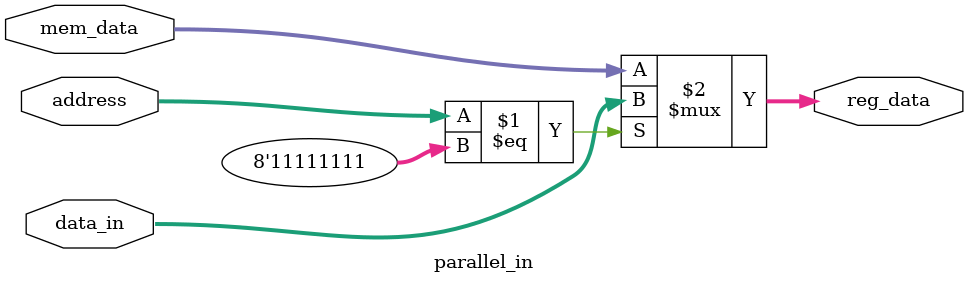
<source format=sv>
module parallel_in(
		input [7:0] address,	 // mem address
						data_in,	 // input interface
						mem_data, // mem interface
		output[7:0] reg_data	 // output 
	);

	assign reg_data = address == 8'hFF ? data_in : mem_data;

endmodule

</source>
